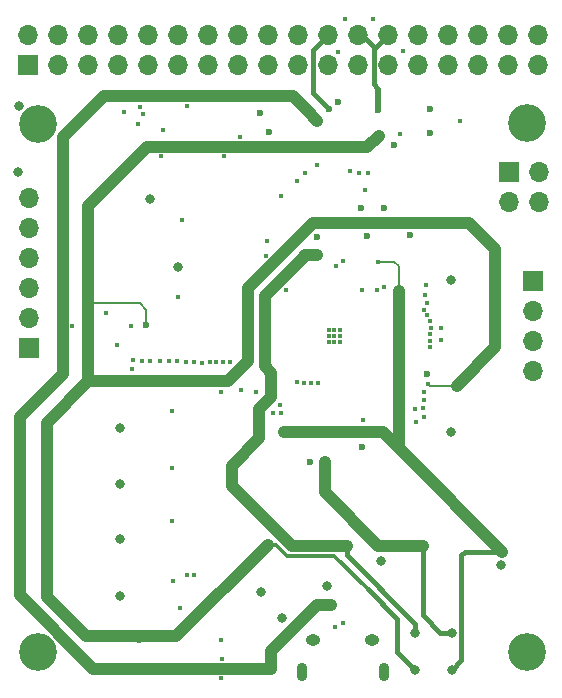
<source format=gbr>
%TF.GenerationSoftware,KiCad,Pcbnew,(5.1.7)-1*%
%TF.CreationDate,2020-10-28T20:28:28+01:00*%
%TF.ProjectId,f1c100s,66316331-3030-4732-9e6b-696361645f70,rev?*%
%TF.SameCoordinates,Original*%
%TF.FileFunction,Copper,L2,Inr*%
%TF.FilePolarity,Positive*%
%FSLAX46Y46*%
G04 Gerber Fmt 4.6, Leading zero omitted, Abs format (unit mm)*
G04 Created by KiCad (PCBNEW (5.1.7)-1) date 2020-10-28 20:28:28*
%MOMM*%
%LPD*%
G01*
G04 APERTURE LIST*
%TA.AperFunction,ComponentPad*%
%ADD10C,3.200000*%
%TD*%
%TA.AperFunction,ComponentPad*%
%ADD11O,1.700000X1.700000*%
%TD*%
%TA.AperFunction,ComponentPad*%
%ADD12R,1.700000X1.700000*%
%TD*%
%TA.AperFunction,ComponentPad*%
%ADD13O,0.890000X1.550000*%
%TD*%
%TA.AperFunction,ComponentPad*%
%ADD14O,1.250000X0.950000*%
%TD*%
%TA.AperFunction,ViaPad*%
%ADD15C,0.450000*%
%TD*%
%TA.AperFunction,ViaPad*%
%ADD16C,0.800000*%
%TD*%
%TA.AperFunction,ViaPad*%
%ADD17C,0.600000*%
%TD*%
%TA.AperFunction,Conductor*%
%ADD18C,0.400000*%
%TD*%
%TA.AperFunction,Conductor*%
%ADD19C,1.000000*%
%TD*%
%TA.AperFunction,Conductor*%
%ADD20C,0.600000*%
%TD*%
%TA.AperFunction,Conductor*%
%ADD21C,0.300000*%
%TD*%
%TA.AperFunction,Conductor*%
%ADD22C,0.200000*%
%TD*%
%TA.AperFunction,Conductor*%
%ADD23C,0.500000*%
%TD*%
%TA.AperFunction,Conductor*%
%ADD24C,0.127000*%
%TD*%
G04 APERTURE END LIST*
D10*
%TO.N,GND*%
%TO.C,REF\u002A\u002A*%
X190855600Y-97622360D03*
%TD*%
%TO.N,GND*%
%TO.C,REF\u002A\u002A*%
X149418040Y-97693480D03*
%TD*%
%TO.N,GND*%
%TO.C,REF\u002A\u002A*%
X149418040Y-52948840D03*
%TD*%
%TO.N,GND*%
%TO.C,REF\u002A\u002A*%
X190855600Y-52877720D03*
%TD*%
D11*
%TO.N,GND*%
%TO.C,J5*%
X191325500Y-73875900D03*
X191325500Y-71335900D03*
%TO.N,UART0_TX*%
X191325500Y-68795900D03*
D12*
%TO.N,UART0_RX*%
X191325500Y-66255900D03*
%TD*%
D11*
%TO.N,TPX2*%
%TO.C,J4*%
X191815720Y-59563000D03*
%TO.N,TPY2*%
X189275720Y-59563000D03*
%TO.N,TPX1*%
X191815720Y-57023000D03*
D12*
%TO.N,TPY1*%
X189275720Y-57023000D03*
%TD*%
D11*
%TO.N,GND*%
%TO.C,J2*%
X191785240Y-45430440D03*
%TO.N,LCD_D17*%
X191785240Y-47970440D03*
%TO.N,GND*%
X189245240Y-45430440D03*
%TO.N,LCD_D16*%
X189245240Y-47970440D03*
%TO.N,GND*%
X186705240Y-45430440D03*
%TO.N,LCD_D15*%
X186705240Y-47970440D03*
%TO.N,+2V8*%
X184165240Y-45430440D03*
%TO.N,LCD_D14*%
X184165240Y-47970440D03*
%TO.N,+2V8*%
X181625240Y-45430440D03*
%TO.N,LCD_D13*%
X181625240Y-47970440D03*
%TO.N,+3V3*%
X179085240Y-45430440D03*
%TO.N,LCD_D12*%
X179085240Y-47970440D03*
%TO.N,+3V3*%
X176545240Y-45430440D03*
%TO.N,LCD_D11*%
X176545240Y-47970440D03*
%TO.N,+5V*%
X174005240Y-45430440D03*
%TO.N,LCD_D10*%
X174005240Y-47970440D03*
%TO.N,LCD_VSYNC*%
X171465240Y-45430440D03*
%TO.N,LCD_D9*%
X171465240Y-47970440D03*
%TO.N,LCD_HSYNC*%
X168925240Y-45430440D03*
%TO.N,LCD_D8*%
X168925240Y-47970440D03*
%TO.N,LCD_DE*%
X166385240Y-45430440D03*
%TO.N,LCD_D7*%
X166385240Y-47970440D03*
%TO.N,LCD_CLK*%
X163845240Y-45430440D03*
%TO.N,LCD_D6*%
X163845240Y-47970440D03*
%TO.N,LCD_D23*%
X161305240Y-45430440D03*
%TO.N,LCD_D5*%
X161305240Y-47970440D03*
%TO.N,LCD_D22*%
X158765240Y-45430440D03*
%TO.N,LCD_D4*%
X158765240Y-47970440D03*
%TO.N,LCD_D21*%
X156225240Y-45430440D03*
%TO.N,LCD_D3*%
X156225240Y-47970440D03*
%TO.N,LCD_D20*%
X153685240Y-45430440D03*
%TO.N,LCD_D2*%
X153685240Y-47970440D03*
%TO.N,LCD_D19*%
X151145240Y-45430440D03*
%TO.N,LCD_D1*%
X151145240Y-47970440D03*
%TO.N,LCD_D18*%
X148605240Y-45430440D03*
D12*
%TO.N,LCD_D0*%
X148605240Y-47970440D03*
%TD*%
D11*
%TO.N,GND*%
%TO.C,J3*%
X148678900Y-59182000D03*
X148678900Y-61722000D03*
%TO.N,SPI0_MOSI*%
X148678900Y-64262000D03*
%TO.N,SPI0_MISO*%
X148678900Y-66802000D03*
%TO.N,SPI0_CS*%
X148678900Y-69342000D03*
D12*
%TO.N,SPI0_CLK*%
X148678900Y-71882000D03*
%TD*%
D13*
%TO.N,GND*%
%TO.C,J1*%
X178734600Y-99369400D03*
X171734600Y-99369400D03*
D14*
X177734600Y-96669400D03*
X172734600Y-96669400D03*
%TD*%
D15*
%TO.N,GND*%
X174023400Y-70391400D03*
X174023400Y-70891400D03*
X175023400Y-70391400D03*
X174523400Y-70391400D03*
D16*
X173857920Y-92049600D03*
X168259760Y-92577920D03*
X156367480Y-78658720D03*
X156367480Y-83418680D03*
X156377640Y-88117680D03*
X156403040Y-92953840D03*
X161274760Y-65069720D03*
X158927800Y-59298840D03*
X184398920Y-79034640D03*
X184348120Y-66136520D03*
D17*
X182366920Y-74107040D03*
X176819560Y-80289400D03*
X172491400Y-81534000D03*
X180934360Y-62367160D03*
X177273275Y-62394155D03*
D15*
X176971960Y-78008480D03*
X185130440Y-52725320D03*
X175023400Y-70891400D03*
X175023400Y-71391400D03*
X174523400Y-71391400D03*
X174523400Y-70891400D03*
X174023400Y-71391400D03*
X161244280Y-67635120D03*
X166613840Y-75483720D03*
D16*
X188615320Y-90317320D03*
X178429920Y-89931240D03*
X170103800Y-94747080D03*
D17*
X174812960Y-51084480D03*
X179560440Y-54696360D03*
X168188640Y-52009040D03*
X168997403Y-53671243D03*
X173080680Y-62499240D03*
D16*
%TO.N,+1V2*%
X188732160Y-89148920D03*
X184444640Y-99146360D03*
D15*
X178236880Y-64597280D03*
X170205400Y-79029560D03*
X178658520Y-79049880D03*
D16*
%TO.N,+2V8*%
X175564800Y-88656160D03*
D17*
X173012100Y-64076580D03*
X182577740Y-53677820D03*
X182577740Y-51716940D03*
D16*
X181345840Y-96047560D03*
%TO.N,+2V5*%
X181985920Y-88671400D03*
X173695360Y-81610200D03*
X184444640Y-96047560D03*
%TO.N,+3V3*%
X168864280Y-88585040D03*
X157932120Y-96337120D03*
D17*
X167203120Y-73025000D03*
X167203120Y-66862960D03*
X175173640Y-61320680D03*
X153654760Y-70774560D03*
X158600140Y-69994780D03*
X155660090Y-57862470D03*
X178249580Y-53957220D03*
X178221640Y-51727100D03*
X150144480Y-78229460D03*
X150144480Y-83210400D03*
X150144480Y-87754460D03*
X150144480Y-93004640D03*
D16*
X181345840Y-99146360D03*
D15*
X182448200Y-74970640D03*
%TO.N,/MPU/TV_VRP*%
X174619920Y-64963040D03*
X170027600Y-59060080D03*
%TO.N,/MPU/TV_VRN*%
X175265080Y-64591580D03*
X171338240Y-57795160D03*
D17*
%TO.N,Net-(C22-Pad1)*%
X176773840Y-60071000D03*
X178704240Y-60040520D03*
D15*
X176824640Y-66989960D03*
D16*
%TO.N,+5V*%
X174249080Y-93700600D03*
X169138600Y-99085400D03*
D17*
X173080680Y-52679600D03*
X174056040Y-51704240D03*
D15*
%TO.N,DEBUG_SW4*%
X182641240Y-71826120D03*
X160827720Y-91673680D03*
%TO.N,DEBUG_SW3*%
X182625625Y-70746341D03*
X160776920Y-86588600D03*
%TO.N,DEBUG_SW2*%
X160787080Y-82047080D03*
X182625740Y-69666392D03*
%TO.N,DEBUG_SW1*%
X182356760Y-69164200D03*
X160787080Y-77261720D03*
%TO.N,SPI0_MOSI*%
X182239920Y-66568320D03*
X161625280Y-61097160D03*
%TO.N,SPI0_MISO*%
X182219600Y-67437000D03*
X157312360Y-70078600D03*
%TO.N,SPI0_CS*%
X155209240Y-68955920D03*
X182331360Y-68092320D03*
X156093160Y-71683880D03*
%TO.N,SPI0_CLK*%
X182082440Y-68681600D03*
X152328540Y-70027800D03*
%TO.N,LCD_D0*%
X182077360Y-75651360D03*
X173009560Y-56464200D03*
X158089600Y-51541680D03*
X156738320Y-51897280D03*
%TO.N,LCD_D1*%
X182077360Y-76357480D03*
X172044360Y-57124600D03*
X166542720Y-54074400D03*
X165145720Y-55704400D03*
X160030160Y-53436520D03*
X159816800Y-55704400D03*
%TO.N,LCD_D8*%
X182057040Y-77017880D03*
X180050440Y-53817520D03*
X180284120Y-46802040D03*
X174802800Y-46863000D03*
%TO.N,LCD_D9*%
X181356000Y-77063600D03*
X177078640Y-58526680D03*
%TO.N,LCD_D16*%
X182082440Y-77729080D03*
%TO.N,LCD_D17*%
X181416960Y-78201520D03*
%TO.N,DEBUG_LED1*%
X164881560Y-96672400D03*
X162666680Y-91109800D03*
%TO.N,DEBUG_LED2*%
X164957760Y-98267520D03*
X162016440Y-91175840D03*
%TO.N,DEBUG_LED3*%
X164922200Y-99900400D03*
X161447480Y-93903800D03*
%TO.N,LCD_VSYNC*%
X173126400Y-74884280D03*
X177373280Y-57073800D03*
X177779680Y-44094400D03*
%TO.N,LCD_HSYNC*%
X172501560Y-74858880D03*
X176626520Y-57094120D03*
X175442880Y-44089320D03*
%TO.N,LCD_DE*%
X171912280Y-74863960D03*
X175803560Y-56962040D03*
%TO.N,LCD_CLK*%
X171312840Y-74838560D03*
X157861000Y-52938680D03*
X158338520Y-52075080D03*
X162077400Y-51435000D03*
X168716960Y-64129920D03*
%TO.N,LCD_D23*%
X169285920Y-77403960D03*
%TO.N,LCD_D22*%
X170017440Y-77419200D03*
%TO.N,LCD_D21*%
X169941240Y-76708000D03*
%TO.N,LCD_D20*%
X167899080Y-75641200D03*
D16*
X147736560Y-57038240D03*
X147787360Y-51435000D03*
D15*
%TO.N,LCD_D19*%
X165663880Y-73131680D03*
X164942520Y-75671680D03*
%TO.N,LCD_D18*%
X165105080Y-73131680D03*
X157388560Y-73670160D03*
%TO.N,LCD_D15*%
X164531040Y-73106280D03*
%TO.N,LCD_D14*%
X163972240Y-73116440D03*
%TO.N,LCD_D13*%
X163306760Y-73152000D03*
%TO.N,LCD_D12*%
X162605720Y-73101200D03*
%TO.N,LCD_D11*%
X161914840Y-73070720D03*
%TO.N,LCD_D10*%
X161203640Y-73045320D03*
%TO.N,LCD_D7*%
X160492440Y-73004680D03*
%TO.N,LCD_D6*%
X159776160Y-72984360D03*
%TO.N,LCD_D5*%
X158937960Y-73035160D03*
%TO.N,LCD_D4*%
X158186120Y-73004680D03*
%TO.N,LCD_D3*%
X157490160Y-72958960D03*
%TO.N,LCD_D2*%
X168838880Y-62829440D03*
X170423840Y-67045840D03*
%TO.N,UART0_RX*%
X182731500Y-70200520D03*
X183545480Y-70185280D03*
%TO.N,UART0_TX*%
X182641240Y-71286117D03*
X183545480Y-71277480D03*
%TO.N,USB_P*%
X178155600Y-66974720D03*
X175254920Y-95209360D03*
%TO.N,USB_N*%
X178704240Y-66751200D03*
X174579280Y-95549720D03*
%TD*%
D18*
%TO.N,+1V2*%
X188732160Y-89148920D02*
X185602880Y-89148920D01*
X185602880Y-89148920D02*
X185267600Y-89484200D01*
X185267600Y-98323400D02*
X184444640Y-99146360D01*
X185267600Y-89484200D02*
X185267600Y-98323400D01*
D19*
X179959000Y-80375760D02*
X179959000Y-67076320D01*
D20*
X179959000Y-80375760D02*
X179857400Y-80375760D01*
D19*
X179959000Y-80375760D02*
X179959000Y-79949040D01*
X180578760Y-80995520D02*
X180578760Y-80970120D01*
X188732160Y-89148920D02*
X180578760Y-80995520D01*
X180578760Y-80995520D02*
X179959000Y-80375760D01*
X180578760Y-80970120D02*
X178658520Y-79049880D01*
X178658520Y-79049880D02*
X170215560Y-79049880D01*
D21*
X170215560Y-79039720D02*
X170205400Y-79029560D01*
X170215560Y-79049880D02*
X170215560Y-79039720D01*
D22*
X179959000Y-67076320D02*
X179959000Y-65003680D01*
X179552600Y-64597280D02*
X178236880Y-64597280D01*
X179959000Y-65003680D02*
X179552600Y-64597280D01*
D19*
%TO.N,+2V8*%
X170886120Y-88656160D02*
X165826440Y-83596480D01*
X175564800Y-88656160D02*
X170886120Y-88656160D01*
X168600120Y-73436480D02*
X168600120Y-67538600D01*
X168600120Y-67538600D02*
X171749720Y-64389000D01*
D22*
X171749720Y-64389000D02*
X171752260Y-64389000D01*
D19*
X171749720Y-64389000D02*
X171749720Y-64386460D01*
X172059600Y-64076580D02*
X173012100Y-64076580D01*
X171749720Y-64386460D02*
X172059600Y-64076580D01*
D18*
X175564800Y-88656160D02*
X175564800Y-89479120D01*
X181345840Y-95260160D02*
X181345840Y-96047560D01*
X175564800Y-89479120D02*
X181345840Y-95260160D01*
D19*
X165826440Y-83596480D02*
X165826440Y-81879440D01*
X165826440Y-81879440D02*
X168168320Y-79537560D01*
X168168320Y-79537560D02*
X168168320Y-77068680D01*
X168168320Y-77068680D02*
X169184320Y-76052680D01*
X169184320Y-74020680D02*
X168600120Y-73436480D01*
X169184320Y-76052680D02*
X169184320Y-74020680D01*
%TO.N,+2V5*%
X181985920Y-88671400D02*
X178221640Y-88671400D01*
X178221640Y-88671400D02*
X173700440Y-84150200D01*
X173700440Y-84150200D02*
X173700440Y-81615280D01*
X173700440Y-81615280D02*
X173695360Y-81610200D01*
D18*
X181985920Y-88671400D02*
X181985920Y-94548960D01*
X183484520Y-96047560D02*
X184444640Y-96047560D01*
X181985920Y-94548960D02*
X183484520Y-96047560D01*
D19*
%TO.N,+3V3*%
X157967680Y-96372680D02*
X157932120Y-96337120D01*
X167203120Y-66862960D02*
X172745400Y-61320680D01*
X167203120Y-73025000D02*
X167203120Y-66862960D01*
X166126160Y-74101960D02*
X167203120Y-73025000D01*
X161112200Y-96337120D02*
X168864280Y-88585040D01*
X157932120Y-96337120D02*
X161112200Y-96337120D01*
X175173640Y-61320680D02*
X178363880Y-61320680D01*
X172745400Y-61320680D02*
X175173640Y-61320680D01*
X153654760Y-73360280D02*
X153654760Y-70774560D01*
D22*
X153654760Y-68127880D02*
X158056580Y-68127880D01*
D19*
X153654760Y-70774560D02*
X153654760Y-68127880D01*
X153654760Y-68127880D02*
X153654760Y-59867800D01*
D22*
X158600140Y-68671440D02*
X158600140Y-69994780D01*
X158056580Y-68127880D02*
X158600140Y-68671440D01*
D19*
X153654760Y-59867800D02*
X155660090Y-57862470D01*
X178363880Y-61320680D02*
X178782980Y-61320680D01*
X155660090Y-57862470D02*
X158633160Y-54889400D01*
X177317400Y-54889400D02*
X178249580Y-53957220D01*
X158633160Y-54889400D02*
X177317400Y-54889400D01*
D23*
X178221640Y-51727100D02*
X178221640Y-49959260D01*
D18*
X177835239Y-49572859D02*
X177835239Y-46436601D01*
X178221640Y-49959260D02*
X177835239Y-49572859D01*
X176829078Y-45430440D02*
X176545240Y-45430440D01*
X177835239Y-46436601D02*
X176829078Y-45430440D01*
X178079079Y-46436601D02*
X179085240Y-45430440D01*
X177835239Y-46436601D02*
X178079079Y-46436601D01*
D19*
X153654760Y-74719180D02*
X153654760Y-73360280D01*
X165508940Y-74719180D02*
X166126160Y-74101960D01*
X153654760Y-74719180D02*
X165508940Y-74719180D01*
X157932120Y-96337120D02*
X153476960Y-96337120D01*
X153476960Y-96337120D02*
X150144480Y-93004640D01*
X150144480Y-78229460D02*
X153654760Y-74719180D01*
X150144480Y-83210400D02*
X150144480Y-78229460D01*
X150144480Y-87754460D02*
X150144480Y-83210400D01*
X150144480Y-93004640D02*
X150144480Y-87754460D01*
D18*
X177327560Y-92339160D02*
X179832000Y-94843600D01*
X179832000Y-97632520D02*
X181345840Y-99146360D01*
X179832000Y-94843600D02*
X179832000Y-97632520D01*
D21*
X168864280Y-88585040D02*
X169550080Y-88585040D01*
X169550080Y-88585040D02*
X170471210Y-89506170D01*
X174494570Y-89506170D02*
X177327560Y-92339160D01*
X170471210Y-89506170D02*
X174494570Y-89506170D01*
D19*
X188137800Y-71826120D02*
X184856879Y-75107041D01*
X188137800Y-63530480D02*
X188137800Y-71826120D01*
X185928000Y-61320680D02*
X188137800Y-63530480D01*
X178363880Y-61320680D02*
X185928000Y-61320680D01*
D24*
X182584601Y-75107041D02*
X182448200Y-74970640D01*
X184856879Y-75107041D02*
X182584601Y-75107041D01*
D19*
%TO.N,+5V*%
X174249080Y-93700600D02*
X173040040Y-93700600D01*
X169138600Y-97602040D02*
X169138600Y-99085400D01*
X173040040Y-93700600D02*
X169138600Y-97602040D01*
X173080680Y-52679600D02*
X172176440Y-51775360D01*
X172176440Y-51775360D02*
X172176440Y-51762660D01*
X147871530Y-92860210D02*
X154096720Y-99085400D01*
X154096720Y-99085400D02*
X169138600Y-99085400D01*
X150784560Y-74869040D02*
X150779480Y-74869040D01*
X151513540Y-74140060D02*
X150784560Y-74869040D01*
X151513540Y-54053358D02*
X151513540Y-74140060D01*
X155010738Y-50556160D02*
X151513540Y-54053358D01*
X170969940Y-50556160D02*
X155010738Y-50556160D01*
X172176440Y-51762660D02*
X170969940Y-50556160D01*
D18*
X172715241Y-46720439D02*
X172715241Y-50305021D01*
X174005240Y-45430440D02*
X172715241Y-46720439D01*
X174056040Y-51645820D02*
X174056040Y-51704240D01*
X172715241Y-50305021D02*
X174056040Y-51645820D01*
D19*
X147871530Y-77776990D02*
X148132800Y-77515720D01*
X147871530Y-92860210D02*
X147871530Y-77776990D01*
X150779480Y-74869040D02*
X148132800Y-77515720D01*
%TD*%
M02*

</source>
